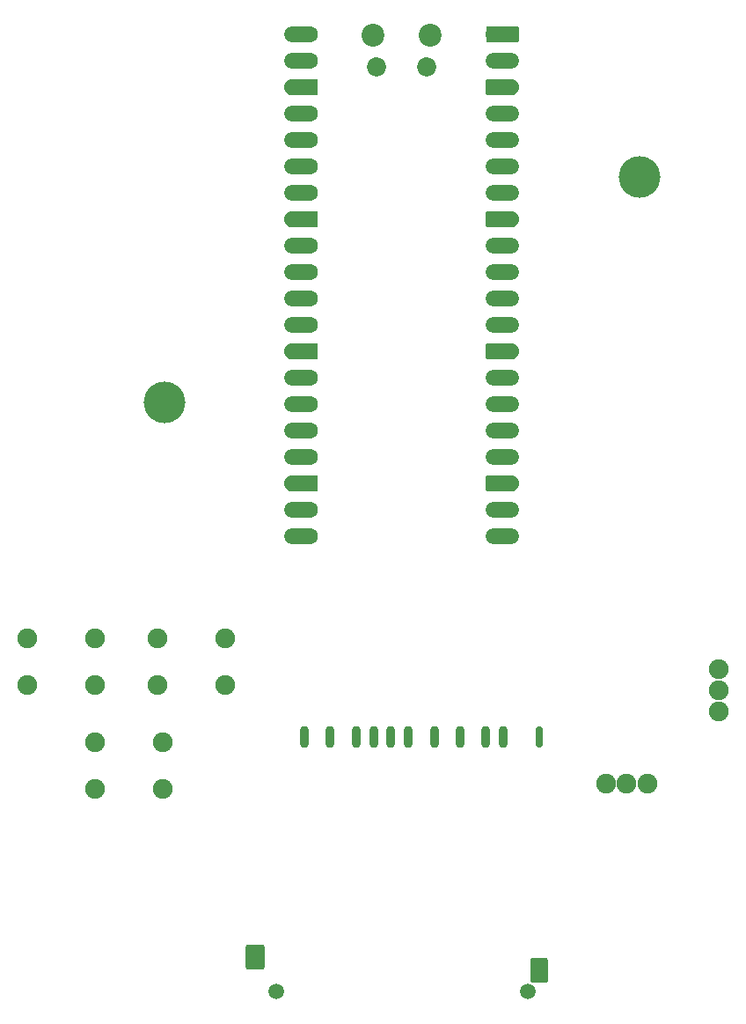
<source format=gbr>
%TF.GenerationSoftware,KiCad,Pcbnew,9.0.0*%
%TF.CreationDate,2025-03-20T22:49:20+00:00*%
%TF.ProjectId,PicoConsole,5069636f-436f-46e7-936f-6c652e6b6963,rev?*%
%TF.SameCoordinates,Original*%
%TF.FileFunction,Soldermask,Bot*%
%TF.FilePolarity,Negative*%
%FSLAX46Y46*%
G04 Gerber Fmt 4.6, Leading zero omitted, Abs format (unit mm)*
G04 Created by KiCad (PCBNEW 9.0.0) date 2025-03-20 22:49:20*
%MOMM*%
%LPD*%
G01*
G04 APERTURE LIST*
G04 Aperture macros list*
%AMRoundRect*
0 Rectangle with rounded corners*
0 $1 Rounding radius*
0 $2 $3 $4 $5 $6 $7 $8 $9 X,Y pos of 4 corners*
0 Add a 4 corners polygon primitive as box body*
4,1,4,$2,$3,$4,$5,$6,$7,$8,$9,$2,$3,0*
0 Add four circle primitives for the rounded corners*
1,1,$1+$1,$2,$3*
1,1,$1+$1,$4,$5*
1,1,$1+$1,$6,$7*
1,1,$1+$1,$8,$9*
0 Add four rect primitives between the rounded corners*
20,1,$1+$1,$2,$3,$4,$5,0*
20,1,$1+$1,$4,$5,$6,$7,0*
20,1,$1+$1,$6,$7,$8,$9,0*
20,1,$1+$1,$8,$9,$2,$3,0*%
%AMFreePoly0*
4,1,37,0.800000,0.796148,0.878414,0.796148,1.032228,0.765552,1.177117,0.705537,1.307515,0.618408,1.418408,0.507515,1.505537,0.377117,1.565552,0.232228,1.596148,0.078414,1.596148,-0.078414,1.565552,-0.232228,1.505537,-0.377117,1.418408,-0.507515,1.307515,-0.618408,1.177117,-0.705537,1.032228,-0.765552,0.878414,-0.796148,0.800000,-0.796148,0.800000,-0.800000,-1.400000,-0.800000,
-1.403843,-0.796157,-1.439018,-0.796157,-1.511114,-0.766294,-1.566294,-0.711114,-1.596157,-0.639018,-1.596157,-0.603843,-1.600000,-0.600000,-1.600000,0.600000,-1.596157,0.603843,-1.596157,0.639018,-1.566294,0.711114,-1.511114,0.766294,-1.439018,0.796157,-1.403843,0.796157,-1.400000,0.800000,0.800000,0.800000,0.800000,0.796148,0.800000,0.796148,$1*%
%AMFreePoly1*
4,1,37,1.403843,0.796157,1.439018,0.796157,1.511114,0.766294,1.566294,0.711114,1.596157,0.639018,1.596157,0.603843,1.600000,0.600000,1.600000,-0.600000,1.596157,-0.603843,1.596157,-0.639018,1.566294,-0.711114,1.511114,-0.766294,1.439018,-0.796157,1.403843,-0.796157,1.400000,-0.800000,-0.800000,-0.800000,-0.800000,-0.796148,-0.878414,-0.796148,-1.032228,-0.765552,-1.177117,-0.705537,
-1.307515,-0.618408,-1.418408,-0.507515,-1.505537,-0.377117,-1.565552,-0.232228,-1.596148,-0.078414,-1.596148,0.078414,-1.565552,0.232228,-1.505537,0.377117,-1.418408,0.507515,-1.307515,0.618408,-1.177117,0.705537,-1.032228,0.765552,-0.878414,0.796148,-0.800000,0.796148,-0.800000,0.800000,1.400000,0.800000,1.403843,0.796157,1.403843,0.796157,$1*%
%AMFreePoly2*
4,1,37,0.603843,0.796157,0.639018,0.796157,0.711114,0.766294,0.766294,0.711114,0.796157,0.639018,0.796157,0.603843,0.800000,0.600000,0.800000,-0.600000,0.796157,-0.603843,0.796157,-0.639018,0.766294,-0.711114,0.711114,-0.766294,0.639018,-0.796157,0.603843,-0.796157,0.600000,-0.800000,0.000000,-0.800000,0.000000,-0.796148,-0.078414,-0.796148,-0.232228,-0.765552,-0.377117,-0.705537,
-0.507515,-0.618408,-0.618408,-0.507515,-0.705537,-0.377117,-0.765552,-0.232228,-0.796148,-0.078414,-0.796148,0.078414,-0.765552,0.232228,-0.705537,0.377117,-0.618408,0.507515,-0.507515,0.618408,-0.377117,0.705537,-0.232228,0.765552,-0.078414,0.796148,0.000000,0.796148,0.000000,0.800000,0.600000,0.800000,0.603843,0.796157,0.603843,0.796157,$1*%
%AMFreePoly3*
4,1,37,0.000000,0.796148,0.078414,0.796148,0.232228,0.765552,0.377117,0.705537,0.507515,0.618408,0.618408,0.507515,0.705537,0.377117,0.765552,0.232228,0.796148,0.078414,0.796148,-0.078414,0.765552,-0.232228,0.705537,-0.377117,0.618408,-0.507515,0.507515,-0.618408,0.377117,-0.705537,0.232228,-0.765552,0.078414,-0.796148,0.000000,-0.796148,0.000000,-0.800000,-0.600000,-0.800000,
-0.603843,-0.796157,-0.639018,-0.796157,-0.711114,-0.766294,-0.766294,-0.711114,-0.796157,-0.639018,-0.796157,-0.603843,-0.800000,-0.600000,-0.800000,0.600000,-0.796157,0.603843,-0.796157,0.639018,-0.766294,0.711114,-0.711114,0.766294,-0.639018,0.796157,-0.603843,0.796157,-0.600000,0.800000,0.000000,0.800000,0.000000,0.796148,0.000000,0.796148,$1*%
G04 Aperture macros list end*
%ADD10C,1.905000*%
%ADD11C,4.000000*%
%ADD12C,1.500000*%
%ADD13RoundRect,0.250400X0.149600X0.749600X-0.149600X0.749600X-0.149600X-0.749600X0.149600X-0.749600X0*%
%ADD14RoundRect,0.249900X0.100100X0.750100X-0.100100X0.750100X-0.100100X-0.750100X0.100100X-0.750100X0*%
%ADD15RoundRect,0.250200X0.649800X0.949800X-0.649800X0.949800X-0.649800X-0.949800X0.649800X-0.949800X0*%
%ADD16RoundRect,0.249900X0.600100X0.950100X-0.600100X0.950100X-0.600100X-0.950100X0.600100X-0.950100X0*%
%ADD17C,2.200000*%
%ADD18C,1.850000*%
%ADD19FreePoly0,180.000000*%
%ADD20RoundRect,0.200000X0.600000X0.600000X-0.600000X0.600000X-0.600000X-0.600000X0.600000X-0.600000X0*%
%ADD21RoundRect,0.800000X0.800000X0.000010X-0.800000X0.000010X-0.800000X-0.000010X0.800000X-0.000010X0*%
%ADD22C,1.600000*%
%ADD23FreePoly1,180.000000*%
%ADD24FreePoly2,180.000000*%
%ADD25FreePoly3,180.000000*%
G04 APERTURE END LIST*
D10*
%TO.C,but2*%
X75500000Y-96500000D03*
X75500000Y-101000000D03*
X82000000Y-96500000D03*
X82000000Y-101000000D03*
%TD*%
%TO.C,but1*%
X69000000Y-86500000D03*
X69000000Y-91000000D03*
X75500000Y-86500000D03*
X75500000Y-91000000D03*
%TD*%
D11*
%TO.C,e*%
X82150000Y-63850000D03*
%TD*%
%TO.C,REF\u002A\u002A*%
X127850000Y-42150000D03*
%TD*%
D10*
%TO.C,but3*%
X81500000Y-86500000D03*
X81500000Y-91000000D03*
X88000000Y-86500000D03*
X88000000Y-91000000D03*
%TD*%
%TO.C,AnalogJoystick1*%
X135500000Y-91500000D03*
X135500000Y-89500000D03*
X135500000Y-93500000D03*
X126650000Y-100475000D03*
X128650000Y-100475000D03*
X124650000Y-100475000D03*
%TD*%
D12*
%TO.C,J1*%
X117100000Y-120500000D03*
X92900000Y-120500000D03*
D13*
X98120000Y-96000000D03*
X100620000Y-96000000D03*
X103920000Y-96000000D03*
X105620000Y-96000000D03*
X108120000Y-96000000D03*
X110620000Y-96000000D03*
X113050000Y-96000000D03*
X114750000Y-96000000D03*
X95620000Y-96000000D03*
X102320000Y-96000000D03*
D14*
X118240000Y-96000000D03*
D15*
X90900000Y-117200000D03*
D16*
X118250000Y-118400000D03*
%TD*%
D17*
%TO.C,A1*%
X107725000Y-28537500D03*
D18*
X107425000Y-31567500D03*
X102575000Y-31567500D03*
D17*
X102275000Y-28537500D03*
D19*
X114690000Y-28407500D03*
D20*
X113890000Y-28407500D03*
D21*
X114690000Y-30947500D03*
D22*
X113890000Y-30947500D03*
D23*
X114690000Y-33487500D03*
D24*
X113890000Y-33487500D03*
D21*
X114690000Y-36027500D03*
D22*
X113890000Y-36027500D03*
D21*
X114690000Y-38567500D03*
D22*
X113890000Y-38567500D03*
D21*
X114690000Y-41107500D03*
D22*
X113890000Y-41107500D03*
D21*
X114690000Y-43647500D03*
D22*
X113890000Y-43647500D03*
D23*
X114690000Y-46187500D03*
D24*
X113890000Y-46187500D03*
D21*
X114690000Y-48727500D03*
D22*
X113890000Y-48727500D03*
D21*
X114690000Y-51267500D03*
D22*
X113890000Y-51267500D03*
D21*
X114690000Y-53807500D03*
D22*
X113890000Y-53807500D03*
D21*
X114690000Y-56347500D03*
D22*
X113890000Y-56347500D03*
D23*
X114690000Y-58887500D03*
D24*
X113890000Y-58887500D03*
D21*
X114690000Y-61427500D03*
D22*
X113890000Y-61427500D03*
D21*
X114690000Y-63967500D03*
D22*
X113890000Y-63967500D03*
D21*
X114690000Y-66507500D03*
D22*
X113890000Y-66507500D03*
D21*
X114690000Y-69047500D03*
D22*
X113890000Y-69047500D03*
D23*
X114690000Y-71587500D03*
D24*
X113890000Y-71587500D03*
D21*
X114690000Y-74127500D03*
D22*
X113890000Y-74127500D03*
D21*
X114690000Y-76667500D03*
D22*
X113890000Y-76667500D03*
X96110000Y-76667500D03*
D21*
X95310000Y-76667500D03*
D22*
X96110000Y-74127500D03*
D21*
X95310000Y-74127500D03*
D25*
X96110000Y-71587500D03*
D19*
X95310000Y-71587500D03*
D22*
X96110000Y-69047500D03*
D21*
X95310000Y-69047500D03*
D22*
X96110000Y-66507500D03*
D21*
X95310000Y-66507500D03*
D22*
X96110000Y-63967500D03*
D21*
X95310000Y-63967500D03*
D22*
X96110000Y-61427500D03*
D21*
X95310000Y-61427500D03*
D25*
X96110000Y-58887500D03*
D19*
X95310000Y-58887500D03*
D22*
X96110000Y-56347500D03*
D21*
X95310000Y-56347500D03*
D22*
X96110000Y-53807500D03*
D21*
X95310000Y-53807500D03*
D22*
X96110000Y-51267500D03*
D21*
X95310000Y-51267500D03*
D22*
X96110000Y-48727500D03*
D21*
X95310000Y-48727500D03*
D25*
X96110000Y-46187500D03*
D19*
X95310000Y-46187500D03*
D22*
X96110000Y-43647500D03*
D21*
X95310000Y-43647500D03*
D22*
X96110000Y-41107500D03*
D21*
X95310000Y-41107500D03*
D22*
X96110000Y-38567500D03*
D21*
X95310000Y-38567500D03*
D22*
X96110000Y-36027500D03*
D21*
X95310000Y-36027500D03*
D25*
X96110000Y-33487500D03*
D19*
X95310000Y-33487500D03*
D22*
X96110000Y-30947500D03*
D21*
X95310000Y-30947500D03*
D22*
X96110000Y-28407500D03*
D21*
X95310000Y-28407500D03*
%TD*%
M02*

</source>
